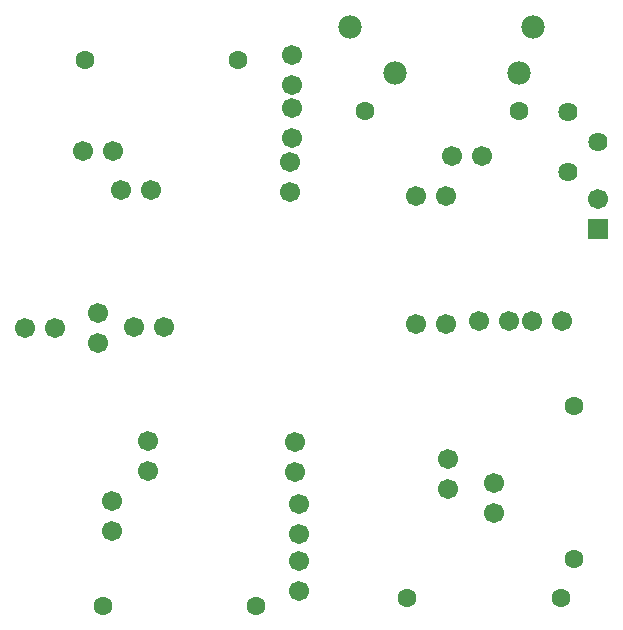
<source format=gbs>
G04 Layer: BottomSolderMaskLayer*
G04 EasyEDA v6.5.44, 2024-09-01 12:15:54*
G04 53d8b5472e5b460ebcb2cbf6e45b9b15,9332716679504667801b7cb99b0421ba,10*
G04 Gerber Generator version 0.2*
G04 Scale: 100 percent, Rotated: No, Reflected: No *
G04 Dimensions in millimeters *
G04 leading zeros omitted , absolute positions ,4 integer and 5 decimal *
%FSLAX45Y45*%
%MOMM*%

%AMMACRO1*4,1,8,-0.8212,-0.8509,-0.8509,-0.8209,-0.8509,0.8212,-0.8212,0.8509,0.8209,0.8509,0.8509,0.8212,0.8509,-0.8209,0.8209,-0.8509,-0.8212,-0.8509,0*%
%ADD10C,1.6256*%
%ADD11C,1.7016*%
%ADD12C,1.6016*%
%ADD13C,1.9812*%
%ADD14MACRO1*%

%LPD*%
D10*
G01*
X5092700Y3962400D03*
G01*
X5346700Y4216400D03*
G01*
X5092700Y4470400D03*
D11*
G01*
X2781300Y1676400D03*
G01*
X2781300Y1422400D03*
G01*
X2819400Y1155700D03*
G01*
X2819400Y901700D03*
G01*
X2819400Y673100D03*
G01*
X2819400Y419100D03*
G01*
X4470400Y1079500D03*
G01*
X4470400Y1333500D03*
D12*
G01*
X3731488Y355600D03*
G01*
X5031511Y355600D03*
D11*
G01*
X3810025Y2679623D03*
G01*
X4064025Y2679623D03*
G01*
X4343425Y2705023D03*
G01*
X4597425Y2705023D03*
G01*
X4787900Y2705100D03*
G01*
X5041900Y2705100D03*
G01*
X4076700Y1536700D03*
G01*
X4076700Y1282700D03*
G01*
X1676450Y2654198D03*
G01*
X1422450Y2654198D03*
G01*
X1117600Y2768600D03*
G01*
X1117600Y2514600D03*
G01*
X1536700Y1689100D03*
G01*
X1536700Y1435100D03*
G01*
X1231900Y1181100D03*
G01*
X1231900Y927100D03*
G01*
X2743200Y3797300D03*
G01*
X2743200Y4051300D03*
G01*
X749300Y2641600D03*
G01*
X495300Y2641600D03*
G01*
X1562100Y3810000D03*
G01*
X1308100Y3810000D03*
G01*
X1244600Y4140200D03*
G01*
X990600Y4140200D03*
G01*
X2755900Y4254500D03*
G01*
X2755900Y4508500D03*
G01*
X2755900Y4699000D03*
G01*
X2755900Y4953000D03*
G01*
X3810000Y3759200D03*
G01*
X4064000Y3759200D03*
G01*
X4114800Y4102100D03*
G01*
X4368800Y4102100D03*
D13*
G01*
X3250895Y5194300D03*
G01*
X4800904Y5194300D03*
D12*
G01*
X1153388Y292100D03*
G01*
X2453411Y292100D03*
D13*
G01*
X3627907Y4800600D03*
G01*
X4677892Y4800600D03*
D12*
G01*
X1000988Y4914900D03*
G01*
X2301011Y4914900D03*
G01*
X3375888Y4483100D03*
G01*
X4675911Y4483100D03*
D14*
G01*
X5346700Y3479800D03*
D11*
G01*
X5346700Y3733800D03*
D12*
G01*
X5143500Y1983511D03*
G01*
X5143500Y683488D03*
M02*

</source>
